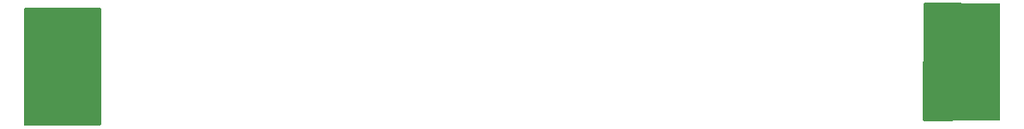
<source format=gbr>
%TF.GenerationSoftware,KiCad,Pcbnew,(6.0.4)*%
%TF.CreationDate,2025-06-12T14:40:54+01:00*%
%TF.ProjectId,Ring_Resonator_with_solder_mask,52696e67-5f52-4657-936f-6e61746f725f,rev?*%
%TF.SameCoordinates,Original*%
%TF.FileFunction,Soldermask,Top*%
%TF.FilePolarity,Negative*%
%FSLAX46Y46*%
G04 Gerber Fmt 4.6, Leading zero omitted, Abs format (unit mm)*
G04 Created by KiCad (PCBNEW (6.0.4)) date 2025-06-12 14:40:54*
%MOMM*%
%LPD*%
G01*
G04 APERTURE LIST*
G04 APERTURE END LIST*
G36*
X47974275Y5907477D02*
G01*
X48042352Y5887326D01*
X48088728Y5833569D01*
X48100000Y5781477D01*
X48100000Y-5641228D01*
X48079998Y-5709349D01*
X48026342Y-5755842D01*
X47973462Y-5767227D01*
X46273309Y-5759964D01*
X46272369Y-5759966D01*
X40674096Y-5808978D01*
X40605803Y-5789573D01*
X40558842Y-5736327D01*
X40546994Y-5682489D01*
X40591990Y5797807D01*
X40612259Y5865849D01*
X40666096Y5912131D01*
X40718264Y5923313D01*
X47974275Y5907477D01*
G37*
G36*
X-40667203Y5445402D02*
G01*
X-40599126Y5425251D01*
X-40552750Y5371494D01*
X-40541478Y5319274D01*
X-40553082Y-6103494D01*
X-40573153Y-6171594D01*
X-40626856Y-6218033D01*
X-40679620Y-6229365D01*
X-42421451Y-6221923D01*
X-42422391Y-6221925D01*
X-47972897Y-6270518D01*
X-48041190Y-6251113D01*
X-48088151Y-6197867D01*
X-48100000Y-6144523D01*
X-48100000Y5335347D01*
X-48079998Y5403468D01*
X-48026342Y5449961D01*
X-47973725Y5461347D01*
X-40667203Y5445402D01*
G37*
M02*

</source>
